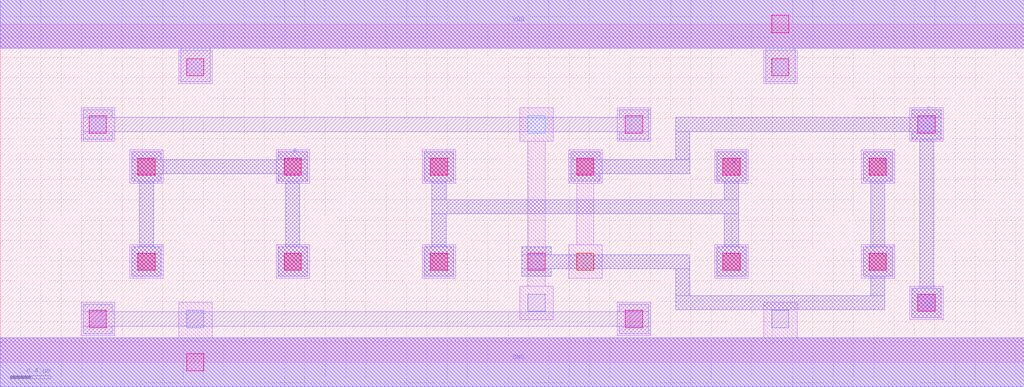
<source format=lef>
MACRO ASYNC1
 CLASS CORE ;
 FOREIGN ASYNC1 0 0 ;
 SIZE 10.08 BY 3.33 ;
 ORIGIN 0 0 ;
 SYMMETRY X Y R90 ;
 SITE unit ;
  PIN VDD
   DIRECTION INOUT ;
   USE POWER ;
   SHAPE ABUTMENT ;
    PORT
     CLASS CORE ;
       LAYER li1 ;
        RECT 0.00000000 3.09000000 10.08000000 3.57000000 ;
       LAYER met1 ;
        RECT 0.00000000 3.09000000 10.08000000 3.57000000 ;
    END
  END VDD

  PIN GND
   DIRECTION INOUT ;
   USE POWER ;
   SHAPE ABUTMENT ;
    PORT
     CLASS CORE ;
       LAYER li1 ;
        RECT 0.00000000 -0.24000000 10.08000000 0.24000000 ;
       LAYER met1 ;
        RECT 0.00000000 -0.24000000 10.08000000 0.24000000 ;
    END
  END GND

  PIN CN
   DIRECTION INOUT ;
   USE SIGNAL ;
   SHAPE ABUTMENT ;
    PORT
     CLASS CORE ;
       LAYER met1 ;
        RECT 6.65000000 0.51500000 8.71000000 0.65500000 ;
        RECT 8.57000000 0.65500000 8.71000000 0.84500000 ;
        RECT 5.13500000 0.84500000 5.42500000 0.92000000 ;
        RECT 6.65000000 0.65500000 6.79000000 0.92000000 ;
        RECT 5.13500000 0.92000000 6.79000000 1.06000000 ;
        RECT 5.13500000 1.06000000 5.42500000 1.13500000 ;
        RECT 8.49500000 0.84500000 8.78500000 1.13500000 ;
        RECT 8.57000000 1.13500000 8.71000000 1.78000000 ;
        RECT 8.49500000 1.78000000 8.78500000 2.07000000 ;
    END
  END CN

  PIN C
   DIRECTION INOUT ;
   USE SIGNAL ;
   SHAPE ABUTMENT ;
    PORT
     CLASS CORE ;
       LAYER met1 ;
        RECT 8.97500000 0.44000000 9.26500000 0.73000000 ;
        RECT 5.61500000 1.78000000 5.90500000 1.85500000 ;
        RECT 5.61500000 1.85500000 6.79000000 1.99500000 ;
        RECT 5.61500000 1.99500000 5.90500000 2.07000000 ;
        RECT 9.05000000 0.73000000 9.19000000 2.19500000 ;
        RECT 6.65000000 1.99500000 6.79000000 2.27000000 ;
        RECT 8.97500000 2.19500000 9.26500000 2.27000000 ;
        RECT 6.65000000 2.27000000 9.26500000 2.41000000 ;
        RECT 8.97500000 2.41000000 9.26500000 2.48500000 ;
    END
  END C

  PIN A
   DIRECTION INOUT ;
   USE SIGNAL ;
   SHAPE ABUTMENT ;
    PORT
     CLASS CORE ;
       LAYER met1 ;
        RECT 1.29500000 0.84500000 1.58500000 1.13500000 ;
        RECT 2.73500000 0.84500000 3.02500000 1.13500000 ;
        RECT 1.37000000 1.13500000 1.51000000 1.78000000 ;
        RECT 2.81000000 1.13500000 2.95000000 1.78000000 ;
        RECT 1.29500000 1.78000000 1.58500000 1.85500000 ;
        RECT 2.73500000 1.78000000 3.02500000 1.85500000 ;
        RECT 1.29500000 1.85500000 3.02500000 1.99500000 ;
        RECT 1.29500000 1.99500000 1.58500000 2.07000000 ;
        RECT 2.73500000 1.99500000 3.02500000 2.07000000 ;
    END
  END A

  PIN B
   DIRECTION INOUT ;
   USE SIGNAL ;
   SHAPE ABUTMENT ;
    PORT
     CLASS CORE ;
       LAYER met1 ;
        RECT 4.17500000 0.84500000 4.46500000 1.13500000 ;
        RECT 7.05500000 0.84500000 7.34500000 1.13500000 ;
        RECT 4.25000000 1.13500000 4.39000000 1.46000000 ;
        RECT 7.13000000 1.13500000 7.27000000 1.46000000 ;
        RECT 4.25000000 1.46000000 7.27000000 1.60000000 ;
        RECT 4.25000000 1.60000000 4.39000000 1.78000000 ;
        RECT 7.13000000 1.60000000 7.27000000 1.78000000 ;
        RECT 4.17500000 1.78000000 4.46500000 2.07000000 ;
        RECT 7.05500000 1.78000000 7.34500000 2.07000000 ;
    END
  END B

 OBS
    LAYER polycont ;
     RECT 1.35500000 0.90500000 1.52500000 1.07500000 ;
     RECT 2.79500000 0.90500000 2.96500000 1.07500000 ;
     RECT 4.23500000 0.90500000 4.40500000 1.07500000 ;
     RECT 5.67500000 0.90500000 5.84500000 1.07500000 ;
     RECT 7.11500000 0.90500000 7.28500000 1.07500000 ;
     RECT 8.55500000 0.90500000 8.72500000 1.07500000 ;
     RECT 1.35500000 1.84000000 1.52500000 2.01000000 ;
     RECT 2.79500000 1.84000000 2.96500000 2.01000000 ;
     RECT 4.23500000 1.84000000 4.40500000 2.01000000 ;
     RECT 5.67500000 1.84000000 5.84500000 2.01000000 ;
     RECT 7.11500000 1.84000000 7.28500000 2.01000000 ;
     RECT 8.55500000 1.84000000 8.72500000 2.01000000 ;

    LAYER pdiffc ;
     RECT 0.87500000 2.25500000 1.04500000 2.42500000 ;
     RECT 5.19500000 2.25500000 5.36500000 2.42500000 ;
     RECT 6.15500000 2.25500000 6.32500000 2.42500000 ;
     RECT 9.03500000 2.25500000 9.20500000 2.42500000 ;
     RECT 1.83500000 2.82000000 2.00500000 2.99000000 ;
     RECT 7.59500000 2.82000000 7.76500000 2.99000000 ;

    LAYER ndiffc ;
     RECT 0.87500000 0.34000000 1.04500000 0.51000000 ;
     RECT 1.83500000 0.34000000 2.00500000 0.51000000 ;
     RECT 6.15500000 0.34000000 6.32500000 0.51000000 ;
     RECT 7.59500000 0.34000000 7.76500000 0.51000000 ;
     RECT 5.19500000 0.50000000 5.36500000 0.67000000 ;
     RECT 9.03500000 0.50000000 9.20500000 0.67000000 ;

    LAYER li1 ;
     RECT 0.79500000 0.26000000 1.12500000 0.59000000 ;
     RECT 6.07500000 0.26000000 6.40500000 0.59000000 ;
     RECT 0.00000000 -0.24000000 10.08000000 0.24000000 ;
     RECT 1.75500000 0.24000000 2.08500000 0.59000000 ;
     RECT 7.51500000 0.24000000 7.84500000 0.59000000 ;
     RECT 8.95500000 0.42000000 9.28500000 0.75000000 ;
     RECT 1.27500000 0.82500000 1.60500000 1.15500000 ;
     RECT 2.71500000 0.82500000 3.04500000 1.15500000 ;
     RECT 4.15500000 0.82500000 4.48500000 1.15500000 ;
     RECT 7.03500000 0.82500000 7.36500000 1.15500000 ;
     RECT 8.47500000 0.82500000 8.80500000 1.15500000 ;
     RECT 1.27500000 1.76000000 1.60500000 2.09000000 ;
     RECT 2.71500000 1.76000000 3.04500000 2.09000000 ;
     RECT 4.15500000 1.76000000 4.48500000 2.09000000 ;
     RECT 5.59500000 0.82500000 5.92500000 1.15500000 ;
     RECT 5.67500000 1.15500000 5.84500000 1.76000000 ;
     RECT 5.59500000 1.76000000 5.92500000 2.09000000 ;
     RECT 7.03500000 1.76000000 7.36500000 2.09000000 ;
     RECT 8.47500000 1.76000000 8.80500000 2.09000000 ;
     RECT 0.79500000 2.17500000 1.12500000 2.50500000 ;
     RECT 5.11500000 0.42000000 5.44500000 0.75000000 ;
     RECT 5.19500000 0.75000000 5.36500000 2.17500000 ;
     RECT 5.11500000 2.17500000 5.44500000 2.50500000 ;
     RECT 6.07500000 2.17500000 6.40500000 2.50500000 ;
     RECT 8.95500000 2.17500000 9.28500000 2.50500000 ;
     RECT 1.75500000 2.74000000 2.08500000 3.07000000 ;
     RECT 7.51500000 2.74000000 7.84500000 3.07000000 ;
     RECT 0.00000000 3.09000000 10.08000000 3.57000000 ;

    LAYER viali ;
     RECT 1.83500000 -0.08500000 2.00500000 0.08500000 ;
     RECT 0.87500000 0.34000000 1.04500000 0.51000000 ;
     RECT 6.15500000 0.34000000 6.32500000 0.51000000 ;
     RECT 9.03500000 0.50000000 9.20500000 0.67000000 ;
     RECT 1.35500000 0.90500000 1.52500000 1.07500000 ;
     RECT 2.79500000 0.90500000 2.96500000 1.07500000 ;
     RECT 4.23500000 0.90500000 4.40500000 1.07500000 ;
     RECT 5.19500000 0.90500000 5.36500000 1.07500000 ;
     RECT 7.11500000 0.90500000 7.28500000 1.07500000 ;
     RECT 8.55500000 0.90500000 8.72500000 1.07500000 ;
     RECT 1.35500000 1.84000000 1.52500000 2.01000000 ;
     RECT 2.79500000 1.84000000 2.96500000 2.01000000 ;
     RECT 4.23500000 1.84000000 4.40500000 2.01000000 ;
     RECT 5.67500000 1.84000000 5.84500000 2.01000000 ;
     RECT 7.11500000 1.84000000 7.28500000 2.01000000 ;
     RECT 8.55500000 1.84000000 8.72500000 2.01000000 ;
     RECT 0.87500000 2.25500000 1.04500000 2.42500000 ;
     RECT 6.15500000 2.25500000 6.32500000 2.42500000 ;
     RECT 9.03500000 2.25500000 9.20500000 2.42500000 ;
     RECT 1.83500000 2.82000000 2.00500000 2.99000000 ;
     RECT 7.59500000 2.82000000 7.76500000 2.99000000 ;
     RECT 7.59500000 3.24500000 7.76500000 3.41500000 ;

    LAYER met1 ;
     RECT 0.00000000 -0.24000000 10.08000000 0.24000000 ;
     RECT 0.81500000 0.28000000 1.10500000 0.35500000 ;
     RECT 6.09500000 0.28000000 6.38500000 0.35500000 ;
     RECT 0.81500000 0.35500000 6.38500000 0.49500000 ;
     RECT 0.81500000 0.49500000 1.10500000 0.57000000 ;
     RECT 6.09500000 0.49500000 6.38500000 0.57000000 ;
     RECT 1.29500000 0.84500000 1.58500000 1.13500000 ;
     RECT 2.73500000 0.84500000 3.02500000 1.13500000 ;
     RECT 1.37000000 1.13500000 1.51000000 1.78000000 ;
     RECT 2.81000000 1.13500000 2.95000000 1.78000000 ;
     RECT 1.29500000 1.78000000 1.58500000 1.85500000 ;
     RECT 2.73500000 1.78000000 3.02500000 1.85500000 ;
     RECT 1.29500000 1.85500000 3.02500000 1.99500000 ;
     RECT 1.29500000 1.99500000 1.58500000 2.07000000 ;
     RECT 2.73500000 1.99500000 3.02500000 2.07000000 ;
     RECT 4.17500000 0.84500000 4.46500000 1.13500000 ;
     RECT 7.05500000 0.84500000 7.34500000 1.13500000 ;
     RECT 4.25000000 1.13500000 4.39000000 1.46000000 ;
     RECT 7.13000000 1.13500000 7.27000000 1.46000000 ;
     RECT 4.25000000 1.46000000 7.27000000 1.60000000 ;
     RECT 4.25000000 1.60000000 4.39000000 1.78000000 ;
     RECT 7.13000000 1.60000000 7.27000000 1.78000000 ;
     RECT 4.17500000 1.78000000 4.46500000 2.07000000 ;
     RECT 7.05500000 1.78000000 7.34500000 2.07000000 ;
     RECT 6.65000000 0.51500000 8.71000000 0.65500000 ;
     RECT 8.57000000 0.65500000 8.71000000 0.84500000 ;
     RECT 5.13500000 0.84500000 5.42500000 0.92000000 ;
     RECT 6.65000000 0.65500000 6.79000000 0.92000000 ;
     RECT 5.13500000 0.92000000 6.79000000 1.06000000 ;
     RECT 5.13500000 1.06000000 5.42500000 1.13500000 ;
     RECT 8.49500000 0.84500000 8.78500000 1.13500000 ;
     RECT 8.57000000 1.13500000 8.71000000 1.78000000 ;
     RECT 8.49500000 1.78000000 8.78500000 2.07000000 ;
     RECT 0.81500000 2.19500000 1.10500000 2.27000000 ;
     RECT 6.09500000 2.19500000 6.38500000 2.27000000 ;
     RECT 0.81500000 2.27000000 6.38500000 2.41000000 ;
     RECT 0.81500000 2.41000000 1.10500000 2.48500000 ;
     RECT 6.09500000 2.41000000 6.38500000 2.48500000 ;
     RECT 8.97500000 0.44000000 9.26500000 0.73000000 ;
     RECT 5.61500000 1.78000000 5.90500000 1.85500000 ;
     RECT 5.61500000 1.85500000 6.79000000 1.99500000 ;
     RECT 5.61500000 1.99500000 5.90500000 2.07000000 ;
     RECT 9.05000000 0.73000000 9.19000000 2.19500000 ;
     RECT 6.65000000 1.99500000 6.79000000 2.27000000 ;
     RECT 8.97500000 2.19500000 9.26500000 2.27000000 ;
     RECT 6.65000000 2.27000000 9.26500000 2.41000000 ;
     RECT 8.97500000 2.41000000 9.26500000 2.48500000 ;
     RECT 1.77500000 2.76000000 2.06500000 3.09000000 ;
     RECT 7.53500000 2.76000000 7.82500000 3.09000000 ;
     RECT 0.00000000 3.09000000 10.08000000 3.57000000 ;

 END
END ASYNC1

</source>
